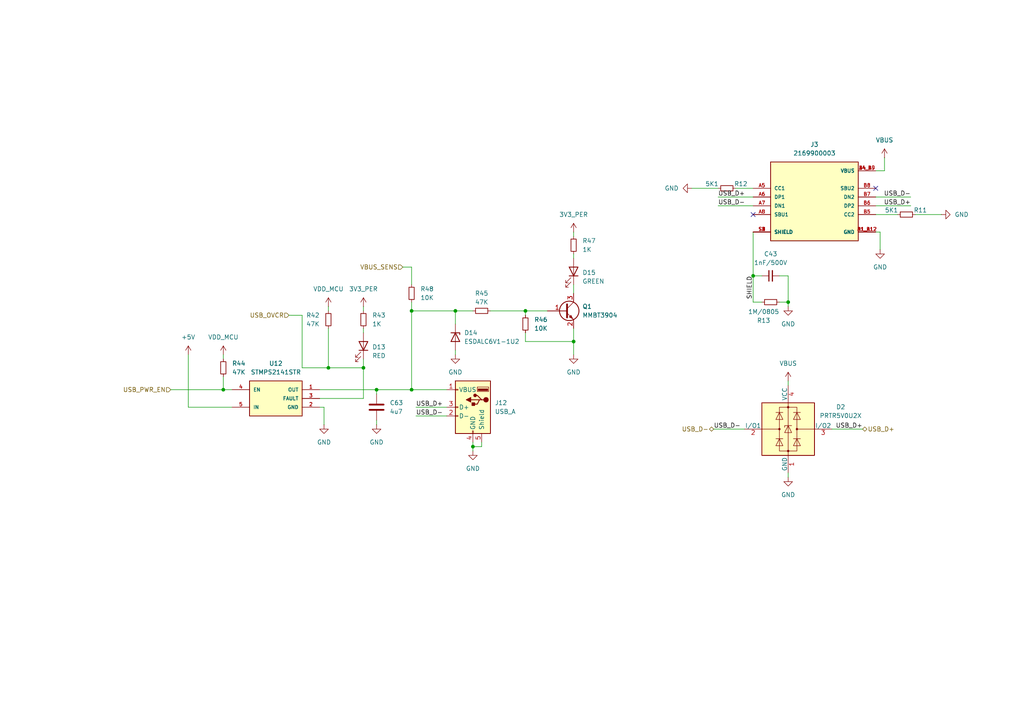
<source format=kicad_sch>
(kicad_sch (version 20231120) (generator "eeschema") (generator_version "8.0")
  (paper "A4")
  (lib_symbols
    (symbol "Connector:USB_A" (pin_names (offset 1.016))
      (property "Reference" "J" (at -5.08 11.43 0))
      (property "Value" "USB_A" (at -5.08 8.89 0))
      (symbol "USB_A_0_1"
        (rectangle (start -5.08 -7.62) (end 5.08 7.62) (stroke (width 0.254)) (fill (type background)))
        (circle (center -3.81 2.159) (radius 0.635) (stroke (width 0.254)) (fill (type outline)))
        (rectangle (start -1.524 4.826) (end -4.318 5.334) (fill (type outline)))
        (rectangle (start -1.27 4.572) (end -4.572 5.842))
        (circle (center -0.635 3.429) (radius 0.381) (stroke (width 0.254)) (fill (type outline)))
        (rectangle (start -0.127 -7.62) (end 0.127 -6.858))
        (polyline (pts (xy -3.175 2.159) (xy -2.54 2.159) (xy -1.27 3.429) (xy -0.635 3.429)) (stroke (width 0.254)))
        (polyline (pts (xy -2.54 2.159) (xy -1.905 2.159) (xy -1.27 0.889) (xy 0 0.889)) (stroke (width 0.254)))
        (polyline (pts (xy 0.635 2.794) (xy 0.635 1.524) (xy 1.905 2.159) (xy 0.635 2.794)) (stroke (width 0.254)) (fill (type outline)))
        (rectangle (start 0.254 1.27) (end -0.508 0.508) (stroke (width 0.254)) (fill (type outline)))
        (rectangle (start 5.08 -2.667) (end 4.318 -2.413))
        (rectangle (start 5.08 -0.127) (end 4.318 0.127))
        (rectangle (start 5.08 4.953) (end 4.318 5.207))
      )
      (symbol "USB_A_1_1"
        (polyline (pts (xy -1.905 2.159) (xy 0.635 2.159)) (stroke (width 0.254)))
        (pin power_in line (at 7.62 5.08 180) (length 2.54) (name "VBUS") (number "1"))
        (pin bidirectional line (at 7.62 -2.54 180) (length 2.54) (name "D-") (number "2"))
        (pin bidirectional line (at 7.62 0 180) (length 2.54) (name "D+") (number "3"))
        (pin power_in line (at 0 -10.16 90) (length 2.54) (name "GND") (number "4"))
        (pin passive line (at -2.54 -10.16 90) (length 2.54) (name "Shield") (number "5"))
      )
    )
    (symbol "Device:C" (pin_numbers hide) (pin_names (offset 0.254))
      (property "Reference" "C" (at 0.635 2.54 0))
      (property "Value" "C" (at 0.635 -2.54 0))
      (symbol "C_0_1"
        (polyline (pts (xy -2.032 -0.762) (xy 2.032 -0.762)) (stroke (width 0.508)))
        (polyline (pts (xy -2.032 0.762) (xy 2.032 0.762)) (stroke (width 0.508)))
      )
      (symbol "C_1_1"
        (pin passive line (at 0 3.81 270) (length 2.794) (name "~") (number "1"))
        (pin passive line (at 0 -3.81 90) (length 2.794) (name "~") (number "2"))
      )
    )
    (symbol "Device:C_Small" (pin_numbers hide) (pin_names (offset 0.254) hide)
      (property "Reference" "C" (at 0.254 1.778 0))
      (property "Value" "C_Small" (at 0.254 -2.032 0))
      (symbol "C_Small_0_1"
        (polyline (pts (xy -1.524 -0.508) (xy 1.524 -0.508)) (stroke (width 0.3302)))
        (polyline (pts (xy -1.524 0.508) (xy 1.524 0.508)) (stroke (width 0.3048)))
      )
      (symbol "C_Small_1_1"
        (pin passive line (at 0 2.54 270) (length 2.032) (name "~") (number "1"))
        (pin passive line (at 0 -2.54 90) (length 2.032) (name "~") (number "2"))
      )
    )
    (symbol "Device:LED" (pin_numbers hide) (pin_names (offset 1.016) hide)
      (property "Reference" "D" (at 0 2.54 0))
      (property "Value" "LED" (at 0 -2.54 0))
      (symbol "LED_0_1"
        (polyline (pts (xy -1.27 -1.27) (xy -1.27 1.27)) (stroke (width 0.254)))
        (polyline (pts (xy -1.27 0) (xy 1.27 0)))
        (polyline (pts (xy 1.27 -1.27) (xy 1.27 1.27) (xy -1.27 0) (xy 1.27 -1.27)) (stroke (width 0.254)))
        (polyline (pts (xy -3.048 -0.762) (xy -4.572 -2.286) (xy -3.81 -2.286) (xy -4.572 -2.286) (xy -4.572 -1.524)))
        (polyline (pts (xy -1.778 -0.762) (xy -3.302 -2.286) (xy -2.54 -2.286) (xy -3.302 -2.286) (xy -3.302 -1.524)))
      )
      (symbol "LED_1_1"
        (pin passive line (at -3.81 0 0) (length 2.54) (name "K") (number "1"))
        (pin passive line (at 3.81 0 180) (length 2.54) (name "A") (number "2"))
      )
    )
    (symbol "Device:R_Small" (pin_numbers hide) (pin_names (offset 0.254) hide)
      (property "Reference" "R" (at 0.762 0.508 0))
      (property "Value" "R_Small" (at 0.762 -1.016 0))
      (symbol "R_Small_0_1"
        (rectangle (start -0.762 1.778) (end 0.762 -1.778) (stroke (width 0.2032)))
      )
      (symbol "R_Small_1_1"
        (pin passive line (at 0 2.54 270) (length 0.762) (name "~") (number "1"))
        (pin passive line (at 0 -2.54 90) (length 0.762) (name "~") (number "2"))
      )
    )
    (symbol "Diode:ESD5Zxx" (pin_numbers hide) (pin_names hide)
      (property "Reference" "D" (at 0 2.54 0))
      (property "Value" "ESD5Zxx" (at 0 -2.54 0))
      (symbol "ESD5Zxx_0_1"
        (polyline (pts (xy 1.27 0) (xy -1.27 0)))
        (polyline (pts (xy -1.27 -1.27) (xy -1.27 1.27) (xy -0.762 1.27)) (stroke (width 0.254)))
        (polyline (pts (xy 1.27 -1.27) (xy 1.27 1.27) (xy -1.27 0) (xy 1.27 -1.27)) (stroke (width 0.254)))
      )
      (symbol "ESD5Zxx_1_1"
        (pin passive line (at -3.81 0 0) (length 2.54) (name "K") (number "1"))
        (pin passive line (at 3.81 0 180) (length 2.54) (name "A") (number "2"))
      )
    )
    (symbol "GND_1" (power) (pin_names (offset 0))
      (property "Value" "GND" (at 0 -3.81 0))
      (symbol "GND_1_0_1"
        (polyline (pts (xy 0 0) (xy 0 -1.27) (xy 1.27 -1.27) (xy 0 -2.54) (xy -1.27 -1.27) (xy 0 -1.27)))
      )
      (symbol "GND_1_1_1"
        (pin power_in line (at 0 0 270) (length 0) hide (name "GND") (number "1"))
      )
    )
    (symbol "GND_6" (power) (pin_numbers hide) (pin_names (offset 0) hide)
      (property "Value" "GND" (at 0 -3.81 0))
      (symbol "GND_6_0_1"
        (polyline (pts (xy 0 0) (xy 0 -1.27) (xy 1.27 -1.27) (xy 0 -2.54) (xy -1.27 -1.27) (xy 0 -1.27)))
      )
      (symbol "GND_6_1_1"
        (pin power_in line (at 0 0 270) (length 0) (name "~") (number "1"))
      )
    )
    (symbol "GND_7" (power) (pin_numbers hide) (pin_names (offset 0) hide)
      (property "Value" "GND" (at 0 -3.81 0))
      (symbol "GND_7_0_1"
        (polyline (pts (xy 0 0) (xy 0 -1.27) (xy 1.27 -1.27) (xy 0 -2.54) (xy -1.27 -1.27) (xy 0 -1.27)))
      )
      (symbol "GND_7_1_1"
        (pin power_in line (at 0 0 270) (length 0) (name "~") (number "1"))
      )
    )
    (symbol "Power_Protection:PRTR5V0U2X" (pin_names (offset 0))
      (property "Reference" "D" (at 2.794 8.636 0))
      (property "Value" "PRTR5V0U2X" (at 8.128 -9.398 0))
      (symbol "PRTR5V0U2X_0_1"
        (rectangle (start -7.62 -7.62) (end 7.62 7.62) (stroke (width 0.254)) (fill (type background)))
        (circle (center -2.54 0) (radius 0.254) (fill (type outline)))
        (rectangle (start -2.54 6.35) (end 2.54 -6.35))
        (circle (center 0 -6.35) (radius 0.254) (fill (type outline)))
        (polyline (pts (xy -2.54 0) (xy -7.62 0)))
        (polyline (pts (xy -1.524 -2.794) (xy -3.556 -2.794)))
        (polyline (pts (xy -1.524 4.826) (xy -3.556 4.826)))
        (polyline (pts (xy 0 -7.62) (xy 0 7.62)))
        (polyline (pts (xy 1.524 -2.794) (xy 3.556 -2.794)))
        (polyline (pts (xy 1.524 4.826) (xy 3.556 4.826)))
        (polyline (pts (xy 2.54 0) (xy 7.62 0)))
        (polyline (pts (xy 1.016 1.016) (xy -1.016 1.016) (xy -1.016 0.508)))
        (polyline (pts (xy -3.556 -4.826) (xy -1.524 -4.826) (xy -2.54 -2.794) (xy -3.556 -4.826)))
        (polyline (pts (xy -3.556 2.794) (xy -1.524 2.794) (xy -2.54 4.826) (xy -3.556 2.794)))
        (polyline (pts (xy -1.016 -1.016) (xy 1.016 -1.016) (xy 0 1.016) (xy -1.016 -1.016)))
        (polyline (pts (xy 3.556 -4.826) (xy 1.524 -4.826) (xy 2.54 -2.794) (xy 3.556 -4.826)))
        (polyline (pts (xy 3.556 2.794) (xy 1.524 2.794) (xy 2.54 4.826) (xy 3.556 2.794)))
        (circle (center 0 6.35) (radius 0.254) (fill (type outline)))
        (circle (center 2.54 0) (radius 0.254) (fill (type outline)))
      )
      (symbol "PRTR5V0U2X_1_1"
        (pin passive line (at 0 -12.7 90) (length 5.08) (name "GND") (number "1"))
        (pin passive line (at -12.7 0 0) (length 5.08) (name "I/O1") (number "2"))
        (pin passive line (at 12.7 0 180) (length 5.08) (name "I/O2") (number "3"))
        (pin passive line (at 0 12.7 270) (length 5.08) (name "VCC") (number "4"))
      )
    )
    (symbol "STMPS2141STR:STMPS2141STR" (pin_names (offset 1.016))
      (property "Reference" "U" (at -7.3664 5.3343 0))
      (property "Value" "STMPS2141STR" (at -7.38 -6.8711 0))
      (symbol "STMPS2141STR_0_0"
        (rectangle (start -7.62 -5.08) (end 7.62 5.08) (stroke (width 0.254)) (fill (type background)))
        (pin output line (at 12.7 2.54 180) (length 5.08) (name "OUT") (number "1"))
        (pin power_in line (at 12.7 -2.54 180) (length 5.08) (name "GND") (number "2"))
        (pin output line (at 12.7 0 180) (length 5.08) (name "FAULT") (number "3"))
        (pin input line (at -12.7 2.54 0) (length 5.08) (name "EN") (number "4"))
        (pin input line (at -12.7 -2.54 0) (length 5.08) (name "IN") (number "5"))
      )
    )
    (symbol "Transistor_BJT:MMBT3904" (pin_names (offset 0) hide)
      (property "Reference" "Q" (at 5.08 1.905 0))
      (property "Value" "MMBT3904" (at 5.08 0 0))
      (symbol "MMBT3904_0_1"
        (polyline (pts (xy 0.635 0.635) (xy 2.54 2.54)))
        (polyline (pts (xy 0.635 -0.635) (xy 2.54 -2.54) (xy 2.54 -2.54)))
        (polyline (pts (xy 0.635 1.905) (xy 0.635 -1.905) (xy 0.635 -1.905)) (stroke (width 0.508)))
        (polyline (pts (xy 1.27 -1.778) (xy 1.778 -1.27) (xy 2.286 -2.286) (xy 1.27 -1.778) (xy 1.27 -1.778)) (fill (type outline)))
        (circle (center 1.27 0) (radius 2.8194) (stroke (width 0.254)))
      )
      (symbol "MMBT3904_1_1"
        (pin input line (at -5.08 0 0) (length 5.715) (name "B") (number "1"))
        (pin passive line (at 2.54 -5.08 90) (length 2.54) (name "E") (number "2"))
        (pin passive line (at 2.54 5.08 270) (length 2.54) (name "C") (number "3"))
      )
    )
    (symbol "USB_C_Mid_mount_MOLEX_2169900003:2169900003" (pin_names (offset 1.016))
      (property "Reference" "J" (at -12.7 10.922 0))
      (property "Value" "2169900003" (at -12.7 -13.462 0))
      (symbol "2169900003_0_0"
        (rectangle (start -12.7 -12.7) (end 12.7 10.16) (stroke (width 0.254)) (fill (type background)))
        (pin power_in line (at 17.78 -10.16 180) (length 5.08) (name "GND") (number "A1_B12"))
        (pin power_in line (at 17.78 7.62 180) (length 5.08) (name "VBUS") (number "A4_B9"))
        (pin bidirectional line (at -17.78 2.54 0) (length 5.08) (name "CC1") (number "A5"))
        (pin bidirectional line (at -17.78 0 0) (length 5.08) (name "DP1") (number "A6"))
        (pin bidirectional line (at -17.78 -2.54 0) (length 5.08) (name "DN1") (number "A7"))
        (pin bidirectional line (at -17.78 -5.08 0) (length 5.08) (name "SBU1") (number "A8"))
        (pin power_in line (at 17.78 -10.16 180) (length 5.08) (name "GND") (number "B1_A12"))
        (pin power_in line (at 17.78 7.62 180) (length 5.08) (name "VBUS") (number "B4_A9"))
        (pin bidirectional line (at 17.78 -5.08 180) (length 5.08) (name "CC2") (number "B5"))
        (pin bidirectional line (at 17.78 -2.54 180) (length 5.08) (name "DP2") (number "B6"))
        (pin bidirectional line (at 17.78 0 180) (length 5.08) (name "DN2") (number "B7"))
        (pin bidirectional line (at 17.78 2.54 180) (length 5.08) (name "SBU2") (number "B8"))
        (pin passive line (at -17.78 -10.16 0) (length 5.08) (name "SHIELD") (number "S1"))
        (pin passive line (at -17.78 -10.16 0) (length 5.08) (name "SHIELD") (number "S2"))
        (pin passive line (at -17.78 -10.16 0) (length 5.08) (name "SHIELD") (number "S3"))
        (pin passive line (at -17.78 -10.16 0) (length 5.08) (name "SHIELD") (number "S4"))
      )
    )
    (symbol "power:+3V3" (power) (pin_numbers hide) (pin_names (offset 0) hide)
      (property "Value" "+3V3" (at 0 3.556 0))
      (symbol "+3V3_0_1"
        (polyline (pts (xy -0.762 1.27) (xy 0 2.54)))
        (polyline (pts (xy 0 0) (xy 0 2.54)))
        (polyline (pts (xy 0 2.54) (xy 0.762 1.27)))
      )
      (symbol "+3V3_1_1"
        (pin power_in line (at 0 0 90) (length 0) (name "~") (number "1"))
      )
    )
    (symbol "power:+5V" (power) (pin_numbers hide) (pin_names (offset 0) hide)
      (property "Value" "+5V" (at 0 3.556 0))
      (symbol "+5V_0_1"
        (polyline (pts (xy -0.762 1.27) (xy 0 2.54)))
        (polyline (pts (xy 0 0) (xy 0 2.54)))
        (polyline (pts (xy 0 2.54) (xy 0.762 1.27)))
      )
      (symbol "+5V_1_1"
        (pin power_in line (at 0 0 90) (length 0) (name "~") (number "1"))
      )
    )
    (symbol "power:GND" (power) (pin_numbers hide) (pin_names (offset 0) hide)
      (property "Value" "GND" (at 0 -3.81 0))
      (symbol "GND_0_1"
        (polyline (pts (xy 0 0) (xy 0 -1.27) (xy 1.27 -1.27) (xy 0 -2.54) (xy -1.27 -1.27) (xy 0 -1.27)))
      )
      (symbol "GND_1_1"
        (pin power_in line (at 0 0 270) (length 0) (name "~") (number "1"))
      )
    )
    (symbol "power:VBUS" (power) (pin_numbers hide) (pin_names (offset 0) hide)
      (property "Value" "VBUS" (at 0 3.556 0))
      (symbol "VBUS_0_1"
        (polyline (pts (xy -0.762 1.27) (xy 0 2.54)))
        (polyline (pts (xy 0 0) (xy 0 2.54)))
        (polyline (pts (xy 0 2.54) (xy 0.762 1.27)))
      )
      (symbol "VBUS_1_1"
        (pin power_in line (at 0 0 90) (length 0) (name "~") (number "1"))
      )
    )
  )
  (junction (at 105.41 106.68))
  (junction (at 109.22 113.03))
  (junction (at 218.44 80.01))
  (junction (at 119.38 113.03))
  (junction (at 228.6 87.63))
  (junction (at 132.08 90.17))
  (junction (at 137.16 129.54))
  (junction (at 95.25 106.68))
  (junction (at 152.4 90.17))
  (junction (at 64.77 113.03))
  (junction (at 166.37 99.06))
  (junction (at 119.38 90.17))
  (no_connect (at 254 54.61))
  (no_connect (at 218.44 62.23))
  (wire (pts (xy 92.71 113.03) (xy 109.22 113.03)))
  (wire (pts (xy 105.41 106.68) (xy 105.41 115.57)))
  (wire (pts (xy 92.71 118.11) (xy 93.98 118.11)))
  (wire (pts (xy 152.4 90.17) (xy 158.75 90.17)))
  (wire (pts (xy 132.08 102.87) (xy 132.08 101.6)))
  (wire (pts (xy 137.16 128.27) (xy 137.16 129.54)))
  (wire (pts (xy 119.38 113.03) (xy 129.54 113.03)))
  (wire (pts (xy 255.27 67.31) (xy 255.27 72.39)))
  (wire (pts (xy 228.6 80.01) (xy 228.6 87.63)))
  (wire (pts (xy 137.16 129.54) (xy 137.16 130.81)))
  (wire (pts (xy 132.08 90.17) (xy 137.16 90.17)))
  (wire (pts (xy 250.19 124.46) (xy 241.3 124.46)))
  (wire (pts (xy 93.98 118.11) (xy 93.98 123.19)))
  (wire (pts (xy 218.44 80.01) (xy 218.44 87.63)))
  (wire (pts (xy 166.37 73.66) (xy 166.37 74.93)))
  (wire (pts (xy 213.36 54.61) (xy 218.44 54.61)))
  (wire (pts (xy 256.54 49.53) (xy 256.54 45.72)))
  (wire (pts (xy 264.16 59.69) (xy 254 59.69)))
  (wire (pts (xy 152.4 90.17) (xy 152.4 91.44)))
  (wire (pts (xy 109.22 121.92) (xy 109.22 123.19)))
  (wire (pts (xy 105.41 104.14) (xy 105.41 106.68)))
  (wire (pts (xy 105.41 88.9) (xy 105.41 90.17)))
  (wire (pts (xy 142.24 90.17) (xy 152.4 90.17)))
  (wire (pts (xy 87.63 106.68) (xy 95.25 106.68)))
  (wire (pts (xy 105.41 95.25) (xy 105.41 96.52)))
  (wire (pts (xy 166.37 82.55) (xy 166.37 85.09)))
  (wire (pts (xy 228.6 80.01) (xy 226.06 80.01)))
  (wire (pts (xy 95.25 95.25) (xy 95.25 106.68)))
  (wire (pts (xy 166.37 67.31) (xy 166.37 68.58)))
  (wire (pts (xy 132.08 93.98) (xy 132.08 90.17)))
  (wire (pts (xy 64.77 109.22) (xy 64.77 113.03)))
  (wire (pts (xy 254 62.23) (xy 260.35 62.23)))
  (wire (pts (xy 119.38 87.63) (xy 119.38 90.17)))
  (wire (pts (xy 92.71 115.57) (xy 105.41 115.57)))
  (wire (pts (xy 228.6 110.49) (xy 228.6 111.76)))
  (wire (pts (xy 139.7 129.54) (xy 137.16 129.54)))
  (wire (pts (xy 152.4 99.06) (xy 152.4 96.52)))
  (wire (pts (xy 218.44 67.31) (xy 218.44 80.01)))
  (wire (pts (xy 200.66 54.61) (xy 208.28 54.61)))
  (wire (pts (xy 132.08 90.17) (xy 119.38 90.17)))
  (wire (pts (xy 95.25 106.68) (xy 105.41 106.68)))
  (wire (pts (xy 116.84 77.47) (xy 119.38 77.47)))
  (wire (pts (xy 119.38 82.55) (xy 119.38 77.47)))
  (wire (pts (xy 166.37 99.06) (xy 152.4 99.06)))
  (wire (pts (xy 215.9 124.46) (xy 207.01 124.46)))
  (wire (pts (xy 254 49.53) (xy 256.54 49.53)))
  (wire (pts (xy 139.7 128.27) (xy 139.7 129.54)))
  (wire (pts (xy 220.98 87.63) (xy 218.44 87.63)))
  (wire (pts (xy 64.77 113.03) (xy 67.31 113.03)))
  (wire (pts (xy 166.37 95.25) (xy 166.37 99.06)))
  (wire (pts (xy 226.06 87.63) (xy 228.6 87.63)))
  (wire (pts (xy 54.61 118.11) (xy 67.31 118.11)))
  (wire (pts (xy 87.63 91.44) (xy 87.63 106.68)))
  (wire (pts (xy 208.28 59.69) (xy 218.44 59.69)))
  (wire (pts (xy 166.37 102.87) (xy 166.37 99.06)))
  (wire (pts (xy 208.28 57.15) (xy 218.44 57.15)))
  (wire (pts (xy 83.82 91.44) (xy 87.63 91.44)))
  (wire (pts (xy 218.44 80.01) (xy 220.98 80.01)))
  (wire (pts (xy 228.6 88.9) (xy 228.6 87.63)))
  (wire (pts (xy 120.65 120.65) (xy 129.54 120.65)))
  (wire (pts (xy 109.22 113.03) (xy 109.22 114.3)))
  (wire (pts (xy 109.22 113.03) (xy 119.38 113.03)))
  (wire (pts (xy 54.61 102.87) (xy 54.61 118.11)))
  (wire (pts (xy 119.38 90.17) (xy 119.38 113.03)))
  (wire (pts (xy 254 67.31) (xy 255.27 67.31)))
  (wire (pts (xy 95.25 88.9) (xy 95.25 90.17)))
  (wire (pts (xy 264.16 57.15) (xy 254 57.15)))
  (wire (pts (xy 49.53 113.03) (xy 64.77 113.03)))
  (wire (pts (xy 228.6 138.43) (xy 228.6 137.16)))
  (wire (pts (xy 273.05 62.23) (xy 265.43 62.23)))
  (wire (pts (xy 120.65 118.11) (xy 129.54 118.11)))
  (wire (pts (xy 64.77 102.87) (xy 64.77 104.14)))
  (label "USB_D+" (at 250.19 124.46 180))
  (label "USB_D-" (at 208.28 59.69 0))
  (label "USB_D-" (at 120.65 120.65 0))
  (label "USB_D-" (at 207.01 124.46 0))
  (label "USB_D-" (at 264.16 57.15 180))
  (label "SHIELD" (at 218.44 80.01 270))
  (label "USB_D+" (at 264.16 59.69 180))
  (label "USB_D+" (at 120.65 118.11 0))
  (label "USB_D+" (at 208.28 57.15 0))
  (hierarchical_label "USB_D+" (shape bidirectional) (at 250.19 124.46 0))
  (hierarchical_label "VBUS_SENS" (shape input) (at 116.84 77.47 180))
  (hierarchical_label "USB_PWR_EN" (shape input) (at 49.53 113.03 180))
  (hierarchical_label "USB_OVCR" (shape input) (at 83.82 91.44 180))
  (hierarchical_label "USB_D-" (shape bidirectional) (at 207.01 124.46 180))
  (symbol (lib_id "Device:R_Small") (at 119.38 85.09 0) (unit 1)
    (property "Reference" "R48" (at 121.92 83.8199 0) (effects (justify left)))
    (property "Value" "10K" (at 121.92 86.3599 0) (effects (justify left)))
    (property "Footprint" "Resistor_SMD:R_0402_1005Metric" (effects (hide yes)))
    (property "Description" "Resistor, small symbol" (effects (hide yes)))
    (property "JLCPCB Part #" "C25744" (effects (hide yes)))
  )
  (symbol (lib_id "Device:R_Small") (at 262.89 62.23 90) (unit 1)
    (property "Reference" "R11" (at 266.954 60.96 90))
    (property "Value" "5K1" (at 258.572 60.96 90))
    (property "Footprint" "Resistor_SMD:R_0402_1005Metric" (effects (hide yes)))
    (property "Description" "Resistor, small symbol" (effects (hide yes)))
    (property "JLCPCB Part #" "C25905" (effects (hide yes)))
  )
  (symbol (lib_name "GND_7") (lib_id "power:GND") (at 228.6 138.43 0) (unit 1)
    (property "Reference" "#PWR053" (effects (hide yes)))
    (property "Value" "GND" (at 228.6 143.51 0))
    (property "Description" "Power symbol creates a global label with name \"GND\" , ground" (effects (hide yes)))
  )
  (symbol (lib_name "GND_1") (lib_id "power:GND") (at 132.08 102.87 0) (unit 1)
    (property "Reference" "#PWR0144" (effects (hide yes)))
    (property "Value" "GND" (at 132.08 107.95 0))
    (property "Description" "Power symbol creates a global label with name \"GND\" , ground" (effects (hide yes)))
  )
  (symbol (lib_id "power:VBUS") (at 228.6 110.49 0) (unit 1)
    (property "Reference" "#PWR052" (effects (hide yes)))
    (property "Value" "VBUS" (at 228.6 105.41 0))
    (property "Description" "Power symbol creates a global label with name \"VBUS\"" (effects (hide yes)))
  )
  (symbol (lib_name "GND_1") (lib_id "power:GND") (at 137.16 130.81 0) (unit 1)
    (property "Reference" "#PWR038" (effects (hide yes)))
    (property "Value" "GND" (at 137.16 135.89 0))
    (property "Description" "Power symbol creates a global label with name \"GND\" , ground" (effects (hide yes)))
  )
  (symbol (lib_id "STMPS2141STR:STMPS2141STR") (at 80.01 115.57 0) (unit 1)
    (property "Reference" "U12" (at 80.01 105.41 0))
    (property "Value" "STMPS2141STR" (at 80.01 107.95 0))
    (property "Footprint" "STMPS2141STR:SOT95P280X145-5N" (effects (hide yes)))
    (property "MF" "STMicroelectronics" (effects (hide yes)))
    (property "Description_1" "\nPower Switch/Driver 1:1 N-Channel 500mA SOT-23-5\n" (effects (hide yes)))
    (property "Package" "SOT-23 STMicroelectronics" (effects (hide yes)))
    (property "Price" "None" (effects (hide yes)))
    (property "Check_prices" "https://www.snapeda.com/parts/STMPS2141STR/STMicroelectronics/view-part/?ref=eda" (effects (hide yes)))
    (property "SnapEDA_Link" "https://www.snapeda.com/parts/STMPS2141STR/STMicroelectronics/view-part/?ref=snap" (effects (hide yes)))
    (property "MP" "STMPS2141STR" (effects (hide yes)))
    (property "Purchase-URL" "https://www.snapeda.com/api/url_track_click_mouser/?unipart_id=278790&manufacturer=STMicroelectronics&part_name=STMPS2141STR&search_term=stmps2141str" (effects (hide yes)))
    (property "Availability" "In Stock" (effects (hide yes)))
    (property "MANUFACTURER" "ST" (effects (hide yes)))
    (property "JLCPCB Part #" "C54624" (effects (hide yes)))
  )
  (symbol (lib_name "GND_7") (lib_id "power:GND") (at 228.6 88.9 0) (unit 1)
    (property "Reference" "#PWR058" (effects (hide yes)))
    (property "Value" "GND" (at 228.6 93.98 0))
    (property "Description" "Power symbol creates a global label with name \"GND\" , ground" (effects (hide yes)))
  )
  (symbol (lib_id "Connector:USB_A") (at 137.16 118.11 0) (mirror y) (unit 1) (in_bom no)
    (property "Reference" "J12" (at 143.51 116.8399 0) (effects (justify right)))
    (property "Value" "USB_A" (at 143.51 119.3799 0) (effects (justify right)))
    (property "Footprint" "Connector_USB:USB_A_Molex_67643_Horizontal" (effects (hide yes)))
    (property "Datasheet" " ~" (effects (hide yes)))
    (property "Description" "USB Type A connector" (effects (hide yes)))
  )
  (symbol (lib_id "Device:R_Small") (at 223.52 87.63 90) (mirror x) (unit 1)
    (property "Reference" "R13" (at 221.488 92.964 90))
    (property "Value" "1M/0805" (at 221.488 90.424 90))
    (property "Footprint" "Resistor_SMD:R_0805_2012Metric" (effects (hide yes)))
    (property "Description" "Resistor, small symbol" (effects (hide yes)))
    (property "JLCPCB Part #" "C17514" (effects (hide yes)))
  )
  (symbol (lib_id "Device:LED") (at 166.37 78.74 270) (mirror x) (unit 1)
    (property "Reference" "D15" (at 168.91 79.0574 90) (effects (justify left)))
    (property "Value" "GREEN" (at 168.91 81.5974 90) (effects (justify left)))
    (property "Footprint" "LED_SMD:LED_0805_2012Metric" (effects (hide yes)))
    (property "Description" "Light emitting diode" (effects (hide yes)))
    (property "JLCPCB Part #" "C2297" (effects (hide yes)))
  )
  (symbol (lib_id "Device:R_Small") (at 152.4 93.98 0) (unit 1)
    (property "Reference" "R46" (at 154.94 92.7099 0) (effects (justify left)))
    (property "Value" "10K" (at 154.94 95.2499 0) (effects (justify left)))
    (property "Footprint" "Resistor_SMD:R_0402_1005Metric" (effects (hide yes)))
    (property "Description" "Resistor, small symbol" (effects (hide yes)))
    (property "JLCPCB Part #" "C25744" (effects (hide yes)))
  )
  (symbol (lib_id "Device:R_Small") (at 139.7 90.17 90) (unit 1)
    (property "Reference" "R45" (at 139.7 85.09 90))
    (property "Value" "47K" (at 139.7 87.63 90))
    (property "Footprint" "Resistor_SMD:R_0402_1005Metric" (effects (hide yes)))
    (property "Description" "Resistor, small symbol" (effects (hide yes)))
    (property "JLCPCB Part #" "C25741" (effects (hide yes)))
  )
  (symbol (lib_id "Device:C") (at 109.22 118.11 0) (unit 1)
    (property "Reference" "C63" (at 113.03 116.8399 0) (effects (justify left)))
    (property "Value" "4u7" (at 113.03 119.3799 0) (effects (justify left)))
    (property "Footprint" "Capacitor_SMD:C_0805_2012Metric" (effects (hide yes)))
    (property "Description" "Unpolarized capacitor" (effects (hide yes)))
    (property "JLCPCB Part #" "C98192" (effects (hide yes)))
  )
  (symbol (lib_id "power:GND") (at 109.22 123.19 0) (unit 1)
    (property "Reference" "#PWR0143" (effects (hide yes)))
    (property "Value" "GND" (at 109.22 128.27 0))
    (property "Description" "Power symbol creates a global label with name \"GND\" , ground" (effects (hide yes)))
  )
  (symbol (lib_id "Transistor_BJT:MMBT3904") (at 163.83 90.17 0) (unit 1)
    (property "Reference" "Q1" (at 168.91 88.8999 0) (effects (justify left)))
    (property "Value" "MMBT3904" (at 168.91 91.4399 0) (effects (justify left)))
    (property "Footprint" "Package_TO_SOT_SMD:SOT-23" (effects (hide yes)))
    (property "Datasheet" "https://www.onsemi.com/pdf/datasheet/pzt3904-d.pdf" (effects (hide yes)))
    (property "Description" "0.2A Ic, 40V Vce, Small Signal NPN Transistor, SOT-23" (effects (hide yes)))
    (property "JLCPCB Part #" "C20526" (effects (hide yes)))
  )
  (symbol (lib_id "Device:R_Small") (at 210.82 54.61 90) (unit 1)
    (property "Reference" "R12" (at 214.884 53.34 90))
    (property "Value" "5K1" (at 206.502 53.34 90))
    (property "Footprint" "Resistor_SMD:R_0402_1005Metric" (effects (hide yes)))
    (property "Description" "Resistor, small symbol" (effects (hide yes)))
    (property "JLCPCB Part #" "C25905" (effects (hide yes)))
  )
  (symbol (lib_id "Device:R_Small") (at 166.37 71.12 0) (unit 1)
    (property "Reference" "R47" (at 168.91 69.8499 0) (effects (justify left)))
    (property "Value" "1K" (at 168.91 72.3899 0) (effects (justify left)))
    (property "Footprint" "Resistor_SMD:R_0402_1005Metric" (effects (hide yes)))
    (property "Description" "Resistor, small symbol" (effects (hide yes)))
    (property "JLCPCB Part #" "C11702" (effects (hide yes)))
  )
  (symbol (lib_name "GND_1") (lib_id "power:GND") (at 166.37 102.87 0) (unit 1)
    (property "Reference" "#PWR0145" (effects (hide yes)))
    (property "Value" "GND" (at 166.37 107.95 0))
    (property "Description" "Power symbol creates a global label with name \"GND\" , ground" (effects (hide yes)))
  )
  (symbol (lib_id "power:+5V") (at 166.37 67.31 0) (unit 1)
    (property "Reference" "#PWR0146" (effects (hide yes)))
    (property "Value" "3V3_PER" (at 166.37 62.23 0))
    (property "Description" "Power symbol creates a global label with name \"+5V\"" (effects (hide yes)))
  )
  (symbol (lib_id "Device:LED") (at 105.41 100.33 270) (mirror x) (unit 1)
    (property "Reference" "D13" (at 107.95 100.6474 90) (effects (justify left)))
    (property "Value" "RED" (at 107.95 103.1874 90) (effects (justify left)))
    (property "Footprint" "LED_SMD:LED_0805_2012Metric" (effects (hide yes)))
    (property "Description" "Light emitting diode" (effects (hide yes)))
    (property "JLCPCB Part #" "C84256" (effects (hide yes)))
  )
  (symbol (lib_name "GND_6") (lib_id "power:GND") (at 200.66 54.61 270) (unit 1)
    (property "Reference" "#PWR070" (effects (hide yes)))
    (property "Value" "GND" (at 196.85 54.6099 90) (effects (justify right)))
    (property "Description" "Power symbol creates a global label with name \"GND\" , ground" (effects (hide yes)))
  )
  (symbol (lib_id "Diode:ESD5Zxx") (at 132.08 97.79 270) (unit 1)
    (property "Reference" "D14" (at 134.62 96.5199 90) (effects (justify left)))
    (property "Value" "ESDALC6V1-1U2" (at 134.62 99.0599 90) (effects (justify left)))
    (property "Footprint" "Diode_SMD:D_SOD-523" (effects (hide yes)))
    (property "Datasheet" "https://www.onsemi.com/pdf/datasheet/esd5z2.5t1-d.pdf" (effects (hide yes)))
    (property "Description" "ESD Protection Diode, SOD-523" (effects (hide yes)))
  )
  (symbol (lib_id "power:+3V3") (at 95.25 88.9 0) (mirror y) (unit 1)
    (property "Reference" "#PWR0142" (effects (hide yes)))
    (property "Value" "VDD_MCU" (at 95.25 83.82 0))
    (property "Description" "Power symbol creates a global label with name \"+3V3\"" (effects (hide yes)))
  )
  (symbol (lib_id "Device:R_Small") (at 105.41 92.71 0) (unit 1)
    (property "Reference" "R43" (at 107.95 91.4399 0) (effects (justify left)))
    (property "Value" "1K" (at 107.95 93.9799 0) (effects (justify left)))
    (property "Footprint" "Resistor_SMD:R_0402_1005Metric" (effects (hide yes)))
    (property "Description" "Resistor, small symbol" (effects (hide yes)))
    (property "JLCPCB Part #" "C11702" (effects (hide yes)))
  )
  (symbol (lib_id "power:+5V") (at 54.61 102.87 0) (unit 1)
    (property "Reference" "#PWR0139" (effects (hide yes)))
    (property "Value" "+5V" (at 54.61 97.79 0))
    (property "Description" "Power symbol creates a global label with name \"+5V\"" (effects (hide yes)))
  )
  (symbol (lib_id "USB_C_Mid_mount_MOLEX_2169900003:2169900003") (at 236.22 57.15 0) (unit 1) (in_bom no)
    (property "Reference" "J3" (at 236.22 41.91 0))
    (property "Value" "2169900003" (at 236.22 44.45 0))
    (property "Footprint" "USB_C_Mid_mount_MOLEX_2169900003:USB_C_Mid_mount_MOLEX_2169900003" (effects (hide yes)))
    (property "MF" "Molex" (effects (hide yes)))
    (property "MAXIMUM_PACKAGE_HEIGHT" "2.31 mm" (effects (hide yes)))
    (property "Package" "None" (effects (hide yes)))
    (property "Price" "None" (effects (hide yes)))
    (property "Check_prices" "https://www.snapeda.com/parts/2169900003/Molex/view-part/?ref=eda" (effects (hide yes)))
    (property "STANDARD" "Manufacturer Recommendations" (effects (hide yes)))
    (property "PARTREV" "A1" (effects (hide yes)))
    (property "SnapEDA_Link" "https://www.snapeda.com/parts/2169900003/Molex/view-part/?ref=snap" (effects (hide yes)))
    (property "MP" "2169900003" (effects (hide yes)))
    (property "Description_1" "\nUSB-C (USB TYPE-C) USB 2.0 Receptacle Connector 24 (16+8 Dummy) Position Surface Mount, Right Angle; Through Hole\n" (effects (hide yes)))
    (property "MANUFACTURER" "Molex" (effects (hide yes)))
    (property "Availability" "In Stock" (effects (hide yes)))
    (property "SNAPEDA_PN" "2169900003" (effects (hide yes)))
  )
  (symbol (lib_id "Device:R_Small") (at 64.77 106.68 0) (unit 1)
    (property "Reference" "R44" (at 67.31 105.4099 0) (effects (justify left)))
    (property "Value" "47K" (at 67.31 107.9499 0) (effects (justify left)))
    (property "Footprint" "Resistor_SMD:R_0402_1005Metric" (effects (hide yes)))
    (property "Description" "Resistor, small symbol" (effects (hide yes)))
    (property "JLCPCB Part #" "C25741" (effects (hide yes)))
  )
  (symbol (lib_id "power:+3V3") (at 64.77 102.87 0) (unit 1)
    (property "Reference" "#PWR0140" (effects (hide yes)))
    (property "Value" "VDD_MCU" (at 64.77 97.79 0))
    (property "Description" "Power symbol creates a global label with name \"+3V3\"" (effects (hide yes)))
  )
  (symbol (lib_id "Device:C_Small") (at 223.52 80.01 90) (unit 1)
    (property "Reference" "C43" (at 223.5263 73.66 90))
    (property "Value" "1nF/500V" (at 223.5263 76.2 90))
    (property "Footprint" "Capacitor_SMD:C_1206_3216Metric" (effects (hide yes)))
    (property "Description" "Unpolarized capacitor, small symbol" (effects (hide yes)))
    (property "JLCPCB Part #" "C35216" (effects (hide yes)))
  )
  (symbol (lib_id "power:GND") (at 255.27 72.39 0) (unit 1)
    (property "Reference" "#PWR0136" (effects (hide yes)))
    (property "Value" "GND" (at 255.27 77.47 0))
    (property "Description" "Power symbol creates a global label with name \"GND\" , ground" (effects (hide yes)))
  )
  (symbol (lib_id "Power_Protection:PRTR5V0U2X") (at 228.6 124.46 0) (unit 1)
    (property "Reference" "D2" (at 243.84 118.0398 0))
    (property "Value" "PRTR5V0U2X" (at 243.84 120.5798 0))
    (property "Footprint" "Package_TO_SOT_SMD:SOT-143" (effects (hide yes)))
    (property "Datasheet" "https://assets.nexperia.com/documents/data-sheet/PRTR5V0U2X.pdf" (effects (hide yes)))
    (property "Description" "Ultra low capacitance double rail-to-rail ESD protection diode, SOT-143" (effects (hide yes)))
    (property "JLCPCB Part #" "C12333" (effects (hide yes)))
  )
  (symbol (lib_name "GND_6") (lib_id "power:GND") (at 273.05 62.23 90) (mirror x) (unit 1)
    (property "Reference" "#PWR054" (effects (hide yes)))
    (property "Value" "GND" (at 276.86 62.2299 90) (effects (justify right)))
    (property "Description" "Power symbol creates a global label with name \"GND\" , ground" (effects (hide yes)))
  )
  (symbol (lib_id "power:GND") (at 93.98 123.19 0) (unit 1)
    (property "Reference" "#PWR0141" (effects (hide yes)))
    (property "Value" "GND" (at 93.98 128.27 0))
    (property "Description" "Power symbol creates a global label with name \"GND\" , ground" (effects (hide yes)))
  )
  (symbol (lib_id "power:VBUS") (at 256.54 45.72 0) (unit 1)
    (property "Reference" "#PWR0137" (effects (hide yes)))
    (property "Value" "VBUS" (at 256.54 40.64 0))
    (property "Description" "Power symbol creates a global label with name \"VBUS\"" (effects (hide yes)))
  )
  (symbol (lib_id "Device:R_Small") (at 95.25 92.71 0) (mirror y) (unit 1)
    (property "Reference" "R42" (at 92.71 91.4399 0) (effects (justify left)))
    (property "Value" "47K" (at 92.71 93.9799 0) (effects (justify left)))
    (property "Footprint" "Resistor_SMD:R_0402_1005Metric" (effects (hide yes)))
    (property "Description" "Resistor, small symbol" (effects (hide yes)))
    (property "JLCPCB Part #" "C25741" (effects (hide yes)))
  )
  (symbol (lib_id "power:+5V") (at 105.41 88.9 0) (unit 1)
    (property "Reference" "#PWR069" (effects (hide yes)))
    (property "Value" "3V3_PER" (at 105.41 83.82 0))
    (property "Description" "Power symbol creates a global label with name \"+5V\"" (effects (hide yes)))
  )
)
</source>
